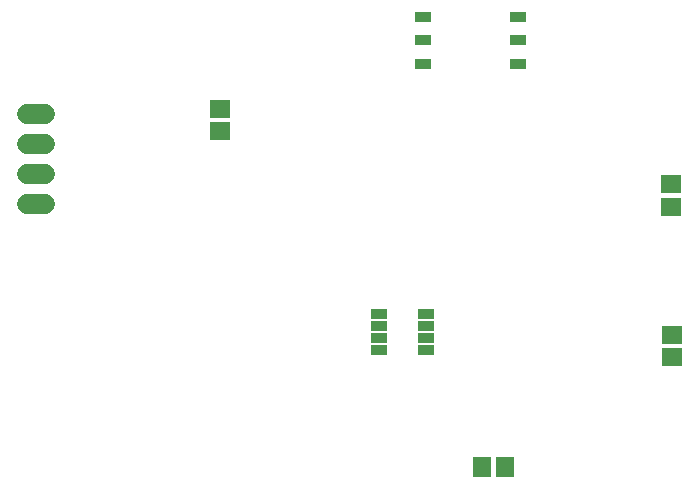
<source format=gbr>
G04 EAGLE Gerber RS-274X export*
G75*
%MOMM*%
%FSLAX34Y34*%
%LPD*%
%INSoldermask Bottom*%
%IPPOS*%
%AMOC8*
5,1,8,0,0,1.08239X$1,22.5*%
G01*
%ADD10R,1.703200X1.503200*%
%ADD11C,1.727200*%
%ADD12R,1.473200X0.838200*%
%ADD13R,1.503200X1.703200*%


D10*
X393600Y563400D03*
X393600Y544400D03*
X776400Y353100D03*
X776400Y372100D03*
D11*
X245220Y482600D02*
X229980Y482600D01*
X229980Y508000D02*
X245220Y508000D01*
X245220Y533400D02*
X229980Y533400D01*
X229980Y558800D02*
X245220Y558800D01*
D12*
X567800Y389400D03*
X567800Y379400D03*
X567800Y369400D03*
X567800Y359400D03*
X527800Y359400D03*
X527800Y369400D03*
X527800Y379400D03*
X527800Y389400D03*
X645500Y641500D03*
X645500Y621500D03*
X645500Y601500D03*
X565500Y641500D03*
X565500Y621500D03*
X565500Y601500D03*
D13*
X634500Y260000D03*
X615500Y260000D03*
D10*
X775000Y480500D03*
X775000Y499500D03*
M02*

</source>
